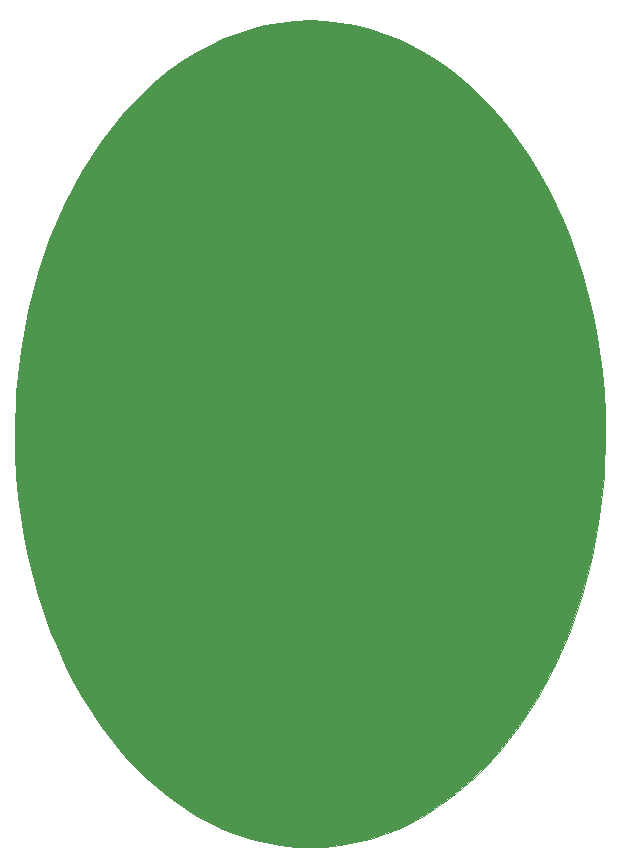
<source format=gbr>
%TF.GenerationSoftware,KiCad,Pcbnew,6.0.1+dfsg-1~bpo11+1*%
%TF.CreationDate,2022-01-30T15:20:26-08:00*%
%TF.ProjectId,Stator,53746174-6f72-42e6-9b69-6361645f7063,rev?*%
%TF.SameCoordinates,Original*%
%TF.FileFunction,Copper,L1,Top*%
%TF.FilePolarity,Positive*%
%FSLAX46Y46*%
G04 Gerber Fmt 4.6, Leading zero omitted, Abs format (unit mm)*
G04 Created by KiCad (PCBNEW 6.0.1+dfsg-1~bpo11+1) date 2022-01-30 15:20:26*
%MOMM*%
%LPD*%
G01*
G04 APERTURE LIST*
%TA.AperFunction,NonConductor*%
%ADD10C,0.009999*%
%TD*%
%TA.AperFunction,ComponentPad*%
%ADD11C,2.500000*%
%TD*%
G04 APERTURE END LIST*
D10*
X75000000Y-59999992D02*
X74870928Y-63578539D01*
X74870928Y-63578539D02*
X74492089Y-67053712D01*
X74492089Y-67053712D02*
X73876050Y-70407920D01*
X73876050Y-70407920D02*
X73035376Y-73623570D01*
X73035376Y-73623570D02*
X71982636Y-76683068D01*
X71982636Y-76683068D02*
X70730393Y-79568822D01*
X70730393Y-79568822D02*
X69291216Y-82263238D01*
X69291216Y-82263238D02*
X67677670Y-84748725D01*
X67677670Y-84748725D02*
X65902323Y-87007689D01*
X65902323Y-87007689D02*
X63977739Y-89022536D01*
X63977739Y-89022536D02*
X62963411Y-89932919D01*
X62963411Y-89932919D02*
X61916486Y-90775675D01*
X61916486Y-90775675D02*
X60838535Y-91548606D01*
X60838535Y-91548606D02*
X59731129Y-92249512D01*
X59731129Y-92249512D02*
X58595839Y-92876195D01*
X58595839Y-92876195D02*
X57434236Y-93426455D01*
X57434236Y-93426455D02*
X56247890Y-93898092D01*
X56247890Y-93898092D02*
X55038373Y-94288909D01*
X55038373Y-94288909D02*
X53807254Y-94596706D01*
X53807254Y-94596706D02*
X52556105Y-94819284D01*
X52556105Y-94819284D02*
X51286497Y-94954443D01*
X51286497Y-94954443D02*
X50000000Y-94999985D01*
X50000000Y-94999985D02*
X48713503Y-94954443D01*
X48713503Y-94954443D02*
X47443895Y-94819284D01*
X47443895Y-94819284D02*
X46192746Y-94596706D01*
X46192746Y-94596706D02*
X44961628Y-94288909D01*
X44961628Y-94288909D02*
X43752110Y-93898092D01*
X43752110Y-93898092D02*
X42565765Y-93426455D01*
X42565765Y-93426455D02*
X41404161Y-92876195D01*
X41404161Y-92876195D02*
X40268872Y-92249512D01*
X40268872Y-92249512D02*
X39161466Y-91548606D01*
X39161466Y-91548606D02*
X38083515Y-90775675D01*
X38083515Y-90775675D02*
X37036590Y-89932919D01*
X37036590Y-89932919D02*
X36022262Y-89022536D01*
X36022262Y-89022536D02*
X35042101Y-88046726D01*
X35042101Y-88046726D02*
X34097678Y-87007689D01*
X34097678Y-87007689D02*
X33190564Y-85907622D01*
X33190564Y-85907622D02*
X32322330Y-84748725D01*
X32322330Y-84748725D02*
X31494547Y-83533197D01*
X31494547Y-83533197D02*
X30708784Y-82263238D01*
X30708784Y-82263238D02*
X29966614Y-80941047D01*
X29966614Y-80941047D02*
X29269607Y-79568822D01*
X29269607Y-79568822D02*
X28619334Y-78148762D01*
X28619334Y-78148762D02*
X28017365Y-76683068D01*
X28017365Y-76683068D02*
X27465271Y-75173937D01*
X27465271Y-75173937D02*
X26964624Y-73623570D01*
X26964624Y-73623570D02*
X26516993Y-72034164D01*
X26516993Y-72034164D02*
X26123950Y-70407920D01*
X26123950Y-70407920D02*
X25787066Y-68747036D01*
X25787066Y-68747036D02*
X25507911Y-67053712D01*
X25507911Y-67053712D02*
X25288056Y-65330146D01*
X25288056Y-65330146D02*
X25129072Y-63578539D01*
X25129072Y-63578539D02*
X25032530Y-61801087D01*
X25032530Y-61801087D02*
X25000000Y-59999992D01*
X25000000Y-59999992D02*
X25129072Y-56421446D01*
X25129072Y-56421446D02*
X25507911Y-52946273D01*
X25507911Y-52946273D02*
X26123950Y-49592065D01*
X26123950Y-49592065D02*
X26964624Y-46376415D01*
X26964624Y-46376415D02*
X28017365Y-43316917D01*
X28017365Y-43316917D02*
X29269607Y-40431163D01*
X29269607Y-40431163D02*
X30708784Y-37736746D01*
X30708784Y-37736746D02*
X32322330Y-35251259D01*
X32322330Y-35251259D02*
X34097678Y-32992296D01*
X34097678Y-32992296D02*
X36022262Y-30977448D01*
X36022262Y-30977448D02*
X37036590Y-30067065D01*
X37036590Y-30067065D02*
X38083515Y-29224309D01*
X38083515Y-29224309D02*
X39161466Y-28451378D01*
X39161466Y-28451378D02*
X40268872Y-27750472D01*
X40268872Y-27750472D02*
X41404161Y-27123789D01*
X41404161Y-27123789D02*
X42565765Y-26573529D01*
X42565765Y-26573529D02*
X43752110Y-26101891D01*
X43752110Y-26101891D02*
X44961628Y-25711074D01*
X44961628Y-25711074D02*
X46192746Y-25403278D01*
X46192746Y-25403278D02*
X47443895Y-25180700D01*
X47443895Y-25180700D02*
X48713503Y-25045541D01*
X48713503Y-25045541D02*
X50000000Y-24999999D01*
X50000000Y-24999999D02*
X51286497Y-25045541D01*
X51286497Y-25045541D02*
X52556105Y-25180700D01*
X52556105Y-25180700D02*
X53807254Y-25403278D01*
X53807254Y-25403278D02*
X55038373Y-25711074D01*
X55038373Y-25711074D02*
X56247890Y-26101891D01*
X56247890Y-26101891D02*
X57434236Y-26573529D01*
X57434236Y-26573529D02*
X58595839Y-27123789D01*
X58595839Y-27123789D02*
X59731129Y-27750472D01*
X59731129Y-27750472D02*
X60838535Y-28451378D01*
X60838535Y-28451378D02*
X61916486Y-29224309D01*
X61916486Y-29224309D02*
X62963411Y-30067065D01*
X62963411Y-30067065D02*
X63977739Y-30977448D01*
X63977739Y-30977448D02*
X64957900Y-31953258D01*
X64957900Y-31953258D02*
X65902323Y-32992296D01*
X65902323Y-32992296D02*
X66809436Y-34092363D01*
X66809436Y-34092363D02*
X67677670Y-35251259D01*
X67677670Y-35251259D02*
X68505454Y-36466787D01*
X68505454Y-36466787D02*
X69291216Y-37736746D01*
X69291216Y-37736746D02*
X70033386Y-39058938D01*
X70033386Y-39058938D02*
X70730393Y-40431163D01*
X70730393Y-40431163D02*
X71380667Y-41851222D01*
X71380667Y-41851222D02*
X71982636Y-43316917D01*
X71982636Y-43316917D02*
X72534729Y-44826047D01*
X72534729Y-44826047D02*
X73035376Y-46376415D01*
X73035376Y-46376415D02*
X73483007Y-47965820D01*
X73483007Y-47965820D02*
X73876050Y-49592065D01*
X73876050Y-49592065D02*
X74212934Y-51252948D01*
X74212934Y-51252948D02*
X74492089Y-52946273D01*
X74492089Y-52946273D02*
X74711944Y-54669838D01*
X74711944Y-54669838D02*
X74870928Y-56421446D01*
X74870928Y-56421446D02*
X74967470Y-58198897D01*
X74967470Y-58198897D02*
X75000000Y-59999992D01*
X75000000Y-59999992D02*
X75000000Y-59999992D01*
G36*
X51286497Y-25045541D02*
G01*
X52556105Y-25180700D01*
X53807254Y-25403278D01*
X55038373Y-25711074D01*
X56247890Y-26101891D01*
X57434236Y-26573529D01*
X58595839Y-27123789D01*
X59731129Y-27750472D01*
X60838535Y-28451378D01*
X61916486Y-29224309D01*
X62963411Y-30067065D01*
X63977739Y-30977448D01*
X64957900Y-31953258D01*
X65902323Y-32992296D01*
X66809436Y-34092363D01*
X67677670Y-35251259D01*
X68505454Y-36466787D01*
X69291216Y-37736746D01*
X70033386Y-39058938D01*
X70730393Y-40431163D01*
X71380667Y-41851222D01*
X71982636Y-43316917D01*
X72534729Y-44826047D01*
X73035376Y-46376415D01*
X73483007Y-47965820D01*
X73876050Y-49592065D01*
X74212934Y-51252948D01*
X74492089Y-52946273D01*
X74711944Y-54669838D01*
X74870928Y-56421446D01*
X74967470Y-58198897D01*
X75000000Y-59999992D01*
X74870928Y-63578539D01*
X74492089Y-67053712D01*
X73876050Y-70407920D01*
X73035376Y-73623570D01*
X71982636Y-76683068D01*
X70730393Y-79568822D01*
X69291216Y-82263238D01*
X67677670Y-84748725D01*
X65902323Y-87007689D01*
X63977739Y-89022536D01*
X62963411Y-89932919D01*
X61916486Y-90775675D01*
X60838535Y-91548606D01*
X59731129Y-92249512D01*
X58595839Y-92876195D01*
X57434236Y-93426455D01*
X56247890Y-93898092D01*
X55038373Y-94288909D01*
X53807254Y-94596706D01*
X52556105Y-94819284D01*
X51286497Y-94954443D01*
X50000000Y-94999985D01*
X48713503Y-94954443D01*
X47443895Y-94819284D01*
X46192746Y-94596706D01*
X44961628Y-94288909D01*
X43752110Y-93898092D01*
X42565765Y-93426455D01*
X41404161Y-92876195D01*
X40268872Y-92249512D01*
X39161466Y-91548606D01*
X38083515Y-90775675D01*
X37036590Y-89932919D01*
X36022262Y-89022536D01*
X35042101Y-88046726D01*
X34097678Y-87007689D01*
X33190564Y-85907622D01*
X32322330Y-84748725D01*
X31494547Y-83533197D01*
X30708784Y-82263238D01*
X29966614Y-80941047D01*
X29269607Y-79568822D01*
X28619334Y-78148762D01*
X28017365Y-76683068D01*
X27465271Y-75173937D01*
X26964624Y-73623570D01*
X26516993Y-72034164D01*
X26123950Y-70407920D01*
X25787066Y-68747036D01*
X25507911Y-67053712D01*
X25288056Y-65330146D01*
X25129072Y-63578539D01*
X25032530Y-61801087D01*
X25000000Y-59999992D01*
X25129072Y-56421446D01*
X25507911Y-52946273D01*
X26123950Y-49592065D01*
X26964624Y-46376415D01*
X28017365Y-43316917D01*
X29269607Y-40431163D01*
X30708784Y-37736746D01*
X32322330Y-35251259D01*
X34097678Y-32992296D01*
X36022262Y-30977448D01*
X37036590Y-30067065D01*
X38083515Y-29224309D01*
X39161466Y-28451378D01*
X40268872Y-27750472D01*
X41404161Y-27123789D01*
X42565765Y-26573529D01*
X43752110Y-26101891D01*
X44961628Y-25711074D01*
X46192746Y-25403278D01*
X47443895Y-25180700D01*
X48713503Y-25045541D01*
X50000000Y-24999999D01*
X51286497Y-25045541D01*
G37*
X51286497Y-25045541D02*
X52556105Y-25180700D01*
X53807254Y-25403278D01*
X55038373Y-25711074D01*
X56247890Y-26101891D01*
X57434236Y-26573529D01*
X58595839Y-27123789D01*
X59731129Y-27750472D01*
X60838535Y-28451378D01*
X61916486Y-29224309D01*
X62963411Y-30067065D01*
X63977739Y-30977448D01*
X64957900Y-31953258D01*
X65902323Y-32992296D01*
X66809436Y-34092363D01*
X67677670Y-35251259D01*
X68505454Y-36466787D01*
X69291216Y-37736746D01*
X70033386Y-39058938D01*
X70730393Y-40431163D01*
X71380667Y-41851222D01*
X71982636Y-43316917D01*
X72534729Y-44826047D01*
X73035376Y-46376415D01*
X73483007Y-47965820D01*
X73876050Y-49592065D01*
X74212934Y-51252948D01*
X74492089Y-52946273D01*
X74711944Y-54669838D01*
X74870928Y-56421446D01*
X74967470Y-58198897D01*
X75000000Y-59999992D01*
X74870928Y-63578539D01*
X74492089Y-67053712D01*
X73876050Y-70407920D01*
X73035376Y-73623570D01*
X71982636Y-76683068D01*
X70730393Y-79568822D01*
X69291216Y-82263238D01*
X67677670Y-84748725D01*
X65902323Y-87007689D01*
X63977739Y-89022536D01*
X62963411Y-89932919D01*
X61916486Y-90775675D01*
X60838535Y-91548606D01*
X59731129Y-92249512D01*
X58595839Y-92876195D01*
X57434236Y-93426455D01*
X56247890Y-93898092D01*
X55038373Y-94288909D01*
X53807254Y-94596706D01*
X52556105Y-94819284D01*
X51286497Y-94954443D01*
X50000000Y-94999985D01*
X48713503Y-94954443D01*
X47443895Y-94819284D01*
X46192746Y-94596706D01*
X44961628Y-94288909D01*
X43752110Y-93898092D01*
X42565765Y-93426455D01*
X41404161Y-92876195D01*
X40268872Y-92249512D01*
X39161466Y-91548606D01*
X38083515Y-90775675D01*
X37036590Y-89932919D01*
X36022262Y-89022536D01*
X35042101Y-88046726D01*
X34097678Y-87007689D01*
X33190564Y-85907622D01*
X32322330Y-84748725D01*
X31494547Y-83533197D01*
X30708784Y-82263238D01*
X29966614Y-80941047D01*
X29269607Y-79568822D01*
X28619334Y-78148762D01*
X28017365Y-76683068D01*
X27465271Y-75173937D01*
X26964624Y-73623570D01*
X26516993Y-72034164D01*
X26123950Y-70407920D01*
X25787066Y-68747036D01*
X25507911Y-67053712D01*
X25288056Y-65330146D01*
X25129072Y-63578539D01*
X25032530Y-61801087D01*
X25000000Y-59999992D01*
X25129072Y-56421446D01*
X25507911Y-52946273D01*
X26123950Y-49592065D01*
X26964624Y-46376415D01*
X28017365Y-43316917D01*
X29269607Y-40431163D01*
X30708784Y-37736746D01*
X32322330Y-35251259D01*
X34097678Y-32992296D01*
X36022262Y-30977448D01*
X37036590Y-30067065D01*
X38083515Y-29224309D01*
X39161466Y-28451378D01*
X40268872Y-27750472D01*
X41404161Y-27123789D01*
X42565765Y-26573529D01*
X43752110Y-26101891D01*
X44961628Y-25711074D01*
X46192746Y-25403278D01*
X47443895Y-25180700D01*
X48713503Y-25045541D01*
X50000000Y-24999999D01*
X51286497Y-25045541D01*
D11*
%TO.P,,1*%
%TO.N,N/C*%
X34250000Y-85000000D03*
%TD*%
%TO.P,,1*%
%TO.N,N/C*%
X29750000Y-77500000D03*
%TD*%
%TO.P,,1*%
%TO.N,N/C*%
X29750000Y-42500000D03*
%TD*%
%TO.P,,1*%
%TO.N,N/C*%
X34250000Y-35000000D03*
%TD*%
%TO.P,,1*%
%TO.N,N/C*%
X37250000Y-70000000D03*
%TD*%
%TO.P,,1*%
%TO.N,N/C*%
X56750000Y-82500000D03*
%TD*%
%TO.P,,1*%
%TO.N,N/C*%
X38750000Y-62500000D03*
%TD*%
%TO.P,,1*%
%TO.N,N/C*%
X50750000Y-77500000D03*
%TD*%
%TO.P,,1*%
%TO.N,N/C*%
X64250000Y-60000000D03*
%TD*%
%TO.P,,1*%
%TO.N,N/C*%
X53750000Y-52500000D03*
%TD*%
%TO.P,,1*%
%TO.N,N/C*%
X44750000Y-52500000D03*
%TD*%
%TO.P,,1*%
%TO.N,N/C*%
X56750000Y-37500000D03*
%TD*%
%TO.P,,1*%
%TO.N,N/C*%
X43250000Y-30000000D03*
%TD*%
%TO.P,,1*%
%TO.N,N/C*%
X52250000Y-45000000D03*
%TD*%
%TO.P,,1*%
%TO.N,N/C*%
X62750000Y-32500000D03*
%TD*%
%TO.P,,1*%
%TO.N,N/C*%
X68750000Y-42500000D03*
%TD*%
%TO.P,,1*%
%TO.N,N/C*%
X59750000Y-72500000D03*
%TD*%
%TO.P,,1*%
%TO.N,N/C*%
X34250000Y-40000000D03*
%TD*%
%TO.P,,1*%
%TO.N,N/C*%
X49250000Y-65000000D03*
%TD*%
%TO.P,,1*%
%TO.N,N/C*%
X37250000Y-40000000D03*
%TD*%
%TO.P,,1*%
%TO.N,N/C*%
X49250000Y-60000000D03*
%TD*%
%TO.P,,1*%
%TO.N,N/C*%
X58250000Y-75000000D03*
%TD*%
%TO.P,,1*%
%TO.N,N/C*%
X61250000Y-55000000D03*
%TD*%
%TO.P,,1*%
%TO.N,N/C*%
X53750000Y-82500000D03*
%TD*%
%TO.P,,1*%
%TO.N,N/C*%
X40250000Y-55000000D03*
%TD*%
%TO.P,,1*%
%TO.N,N/C*%
X35750000Y-47500000D03*
%TD*%
%TO.P,,1*%
%TO.N,N/C*%
X61250000Y-50000000D03*
%TD*%
%TO.P,,1*%
%TO.N,N/C*%
X61250000Y-65000000D03*
%TD*%
%TO.P,,1*%
%TO.N,N/C*%
X58250000Y-70000000D03*
%TD*%
%TO.P,,1*%
%TO.N,N/C*%
X49250000Y-40000000D03*
%TD*%
%TO.P,,1*%
%TO.N,N/C*%
X53750000Y-72500000D03*
%TD*%
%TO.P,,1*%
%TO.N,N/C*%
X59750000Y-87500000D03*
%TD*%
%TO.P,,1*%
%TO.N,N/C*%
X38750000Y-82500000D03*
%TD*%
%TO.P,,1*%
%TO.N,N/C*%
X28250000Y-70000000D03*
%TD*%
%TO.P,,1*%
%TO.N,N/C*%
X35750000Y-82500000D03*
%TD*%
%TO.P,,1*%
%TO.N,N/C*%
X70250000Y-70000000D03*
%TD*%
%TO.P,,1*%
%TO.N,N/C*%
X37250000Y-65000000D03*
%TD*%
%TO.P,,1*%
%TO.N,N/C*%
X50750000Y-52500000D03*
%TD*%
%TO.P,,1*%
%TO.N,N/C*%
X52250000Y-30000000D03*
%TD*%
%TO.P,,1*%
%TO.N,N/C*%
X61250000Y-60000000D03*
%TD*%
%TO.P,,1*%
%TO.N,N/C*%
X55250000Y-65000000D03*
%TD*%
%TO.P,,1*%
%TO.N,N/C*%
X67250000Y-70000000D03*
%TD*%
%TO.P,,1*%
%TO.N,N/C*%
X31250000Y-50000000D03*
%TD*%
%TO.P,,1*%
%TO.N,N/C*%
X43250000Y-55000000D03*
%TD*%
%TO.P,,1*%
%TO.N,N/C*%
X61250000Y-35000000D03*
%TD*%
%TO.P,,1*%
%TO.N,N/C*%
X28250000Y-55000000D03*
%TD*%
%TO.P,,1*%
%TO.N,N/C*%
X31250000Y-55000000D03*
%TD*%
%TO.P,,1*%
%TO.N,N/C*%
X35750000Y-37500000D03*
%TD*%
%TO.P,,1*%
%TO.N,N/C*%
X38750000Y-32500000D03*
%TD*%
%TO.P,,1*%
%TO.N,N/C*%
X65750000Y-42500000D03*
%TD*%
%TO.P,,1*%
%TO.N,N/C*%
X68750000Y-67500000D03*
%TD*%
%TO.P,,1*%
%TO.N,N/C*%
X47750000Y-32500000D03*
%TD*%
%TO.P,,1*%
%TO.N,N/C*%
X53750000Y-32500000D03*
%TD*%
%TO.P,,1*%
%TO.N,N/C*%
X41750000Y-57500000D03*
%TD*%
%TO.P,,1*%
%TO.N,N/C*%
X62750000Y-72500000D03*
%TD*%
%TO.P,,1*%
%TO.N,N/C*%
X38750000Y-42500000D03*
%TD*%
%TO.P,,1*%
%TO.N,N/C*%
X46250000Y-35000000D03*
%TD*%
%TO.P,,1*%
%TO.N,N/C*%
X31250000Y-75000000D03*
%TD*%
%TO.P,,1*%
%TO.N,N/C*%
X50750000Y-32500000D03*
%TD*%
%TO.P,,1*%
%TO.N,N/C*%
X70250000Y-55000000D03*
%TD*%
%TO.P,,1*%
%TO.N,N/C*%
X46250000Y-40000000D03*
%TD*%
%TO.P,,1*%
%TO.N,N/C*%
X46250000Y-75000000D03*
%TD*%
%TO.P,,1*%
%TO.N,N/C*%
X44750000Y-72500000D03*
%TD*%
%TO.P,,1*%
%TO.N,N/C*%
X32750000Y-47500000D03*
%TD*%
%TO.P,,1*%
%TO.N,N/C*%
X62750000Y-57500000D03*
%TD*%
%TO.P,,1*%
%TO.N,N/C*%
X52250000Y-80000000D03*
%TD*%
%TO.P,,1*%
%TO.N,N/C*%
X35750000Y-42500000D03*
%TD*%
%TO.P,,1*%
%TO.N,N/C*%
X40250000Y-45000000D03*
%TD*%
%TO.P,,1*%
%TO.N,N/C*%
X34250000Y-70000000D03*
%TD*%
%TO.P,,1*%
%TO.N,N/C*%
X28250000Y-60000000D03*
%TD*%
%TO.P,,1*%
%TO.N,N/C*%
X61250000Y-70000000D03*
%TD*%
%TO.P,,1*%
%TO.N,N/C*%
X35750000Y-62500000D03*
%TD*%
%TO.P,,1*%
%TO.N,N/C*%
X65750000Y-52500000D03*
%TD*%
%TO.P,,1*%
%TO.N,N/C*%
X73250000Y-65000000D03*
%TD*%
%TO.P,,1*%
%TO.N,N/C*%
X49250000Y-35000000D03*
%TD*%
%TO.P,,1*%
%TO.N,N/C*%
X43250000Y-45000000D03*
%TD*%
%TO.P,,1*%
%TO.N,N/C*%
X47750000Y-62500000D03*
%TD*%
%TO.P,,1*%
%TO.N,N/C*%
X55250000Y-35000000D03*
%TD*%
%TO.P,,1*%
%TO.N,N/C*%
X58250000Y-55000000D03*
%TD*%
%TO.P,,1*%
%TO.N,N/C*%
X59750000Y-47500000D03*
%TD*%
%TO.P,,1*%
%TO.N,N/C*%
X55250000Y-30000000D03*
%TD*%
%TO.P,,1*%
%TO.N,N/C*%
X53750000Y-92500000D03*
%TD*%
%TO.P,,1*%
%TO.N,N/C*%
X46250000Y-90000000D03*
%TD*%
%TO.P,,1*%
%TO.N,N/C*%
X34250000Y-45000000D03*
%TD*%
%TO.P,,1*%
%TO.N,N/C*%
X70250000Y-45000000D03*
%TD*%
%TO.P,,1*%
%TO.N,N/C*%
X49250000Y-75000000D03*
%TD*%
%TO.P,,1*%
%TO.N,N/C*%
X32750000Y-57500000D03*
%TD*%
%TO.P,,1*%
%TO.N,N/C*%
X47750000Y-37500000D03*
%TD*%
%TO.P,,1*%
%TO.N,N/C*%
X43250000Y-50000000D03*
%TD*%
%TO.P,,1*%
%TO.N,N/C*%
X68750000Y-47500000D03*
%TD*%
%TO.P,,1*%
%TO.N,N/C*%
X58250000Y-30000000D03*
%TD*%
%TO.P,,1*%
%TO.N,N/C*%
X55250000Y-55000000D03*
%TD*%
%TO.P,,1*%
%TO.N,N/C*%
X38750000Y-57500000D03*
%TD*%
%TO.P,,1*%
%TO.N,N/C*%
X47750000Y-57500000D03*
%TD*%
%TO.P,,1*%
%TO.N,N/C*%
X26750000Y-62500000D03*
%TD*%
%TO.P,,1*%
%TO.N,N/C*%
X65750000Y-77500000D03*
%TD*%
%TO.P,,1*%
%TO.N,N/C*%
X29750000Y-67500000D03*
%TD*%
%TO.P,,1*%
%TO.N,N/C*%
X38750000Y-77500000D03*
%TD*%
%TO.P,,1*%
%TO.N,N/C*%
X46250000Y-70000000D03*
%TD*%
%TO.P,,1*%
%TO.N,N/C*%
X47750000Y-27500000D03*
%TD*%
%TO.P,,1*%
%TO.N,N/C*%
X40250000Y-40000000D03*
%TD*%
%TO.P,,1*%
%TO.N,N/C*%
X44750000Y-37500000D03*
%TD*%
%TO.P,,1*%
%TO.N,N/C*%
X58250000Y-65000000D03*
%TD*%
%TO.P,,1*%
%TO.N,N/C*%
X50750000Y-62500000D03*
%TD*%
%TO.P,,1*%
%TO.N,N/C*%
X73250000Y-60000000D03*
%TD*%
%TO.P,,1*%
%TO.N,N/C*%
X59750000Y-57500000D03*
%TD*%
%TO.P,,1*%
%TO.N,N/C*%
X44750000Y-77500000D03*
%TD*%
%TO.P,,1*%
%TO.N,N/C*%
X61250000Y-45000000D03*
%TD*%
%TO.P,,1*%
%TO.N,N/C*%
X64250000Y-40000000D03*
%TD*%
%TO.P,,1*%
%TO.N,N/C*%
X56750000Y-42500000D03*
%TD*%
%TO.P,,1*%
%TO.N,N/C*%
X40250000Y-90000000D03*
%TD*%
%TO.P,,1*%
%TO.N,N/C*%
X46250000Y-50000000D03*
%TD*%
%TO.P,,1*%
%TO.N,N/C*%
X43250000Y-80000000D03*
%TD*%
%TO.P,,1*%
%TO.N,N/C*%
X58250000Y-40000000D03*
%TD*%
%TO.P,,1*%
%TO.N,N/C*%
X44750000Y-42500000D03*
%TD*%
%TO.P,,1*%
%TO.N,N/C*%
X41750000Y-52500000D03*
%TD*%
%TO.P,,1*%
%TO.N,N/C*%
X73250000Y-55000000D03*
%TD*%
%TO.P,,1*%
%TO.N,N/C*%
X37250000Y-80000000D03*
%TD*%
%TO.P,,1*%
%TO.N,N/C*%
X50750000Y-37500000D03*
%TD*%
%TO.P,,1*%
%TO.N,N/C*%
X50750000Y-92500000D03*
%TD*%
%TO.P,,1*%
%TO.N,N/C*%
X43250000Y-35000000D03*
%TD*%
%TO.P,,1*%
%TO.N,N/C*%
X56750000Y-72500000D03*
%TD*%
%TO.P,,1*%
%TO.N,N/C*%
X47750000Y-77500000D03*
%TD*%
%TO.P,,1*%
%TO.N,N/C*%
X29750000Y-62500000D03*
%TD*%
%TO.P,,1*%
%TO.N,N/C*%
X53750000Y-57500000D03*
%TD*%
%TO.P,,1*%
%TO.N,N/C*%
X55250000Y-90000000D03*
%TD*%
%TO.P,,1*%
%TO.N,N/C*%
X67250000Y-60000000D03*
%TD*%
%TO.P,,1*%
%TO.N,N/C*%
X29750000Y-52500000D03*
%TD*%
%TO.P,,1*%
%TO.N,N/C*%
X44750000Y-27500000D03*
%TD*%
%TO.P,,1*%
%TO.N,N/C*%
X59750000Y-77500000D03*
%TD*%
%TO.P,,1*%
%TO.N,N/C*%
X44750000Y-57500000D03*
%TD*%
%TO.P,,1*%
%TO.N,N/C*%
X32750000Y-72500000D03*
%TD*%
%TO.P,,1*%
%TO.N,N/C*%
X49250000Y-70000000D03*
%TD*%
%TO.P,,1*%
%TO.N,N/C*%
X32750000Y-37500000D03*
%TD*%
%TO.P,,1*%
%TO.N,N/C*%
X41750000Y-62500000D03*
%TD*%
%TO.P,,1*%
%TO.N,N/C*%
X58250000Y-35000000D03*
%TD*%
%TO.P,,1*%
%TO.N,N/C*%
X68750000Y-57500000D03*
%TD*%
%TO.P,,1*%
%TO.N,N/C*%
X31250000Y-80000000D03*
%TD*%
%TO.P,,1*%
%TO.N,N/C*%
X40250000Y-35000000D03*
%TD*%
%TO.P,,1*%
%TO.N,N/C*%
X41750000Y-72500000D03*
%TD*%
%TO.P,,1*%
%TO.N,N/C*%
X70250000Y-60000000D03*
%TD*%
%TO.P,,1*%
%TO.N,N/C*%
X35750000Y-77500000D03*
%TD*%
%TO.P,,1*%
%TO.N,N/C*%
X62750000Y-62500000D03*
%TD*%
%TO.P,,1*%
%TO.N,N/C*%
X49250000Y-55000000D03*
%TD*%
%TO.P,,1*%
%TO.N,N/C*%
X71750000Y-52500000D03*
%TD*%
%TO.P,,1*%
%TO.N,N/C*%
X34250000Y-75000000D03*
%TD*%
%TO.P,,1*%
%TO.N,N/C*%
X65750000Y-82500000D03*
%TD*%
%TO.P,,1*%
%TO.N,N/C*%
X38750000Y-72500000D03*
%TD*%
%TO.P,,1*%
%TO.N,N/C*%
X38750000Y-37500000D03*
%TD*%
%TO.P,,1*%
%TO.N,N/C*%
X56750000Y-87500000D03*
%TD*%
%TO.P,,1*%
%TO.N,N/C*%
X53750000Y-77500000D03*
%TD*%
%TO.P,,1*%
%TO.N,N/C*%
X41750000Y-82500000D03*
%TD*%
%TO.P,,1*%
%TO.N,N/C*%
X68750000Y-62500000D03*
%TD*%
%TO.P,,1*%
%TO.N,N/C*%
X64250000Y-65000000D03*
%TD*%
%TO.P,,1*%
%TO.N,N/C*%
X37250000Y-85000000D03*
%TD*%
%TO.P,,1*%
%TO.N,N/C*%
X37250000Y-45000000D03*
%TD*%
%TO.P,,1*%
%TO.N,N/C*%
X44750000Y-47500000D03*
%TD*%
%TO.P,,1*%
%TO.N,N/C*%
X44750000Y-32500000D03*
%TD*%
%TO.P,,1*%
%TO.N,N/C*%
X47750000Y-52500000D03*
%TD*%
%TO.P,,1*%
%TO.N,N/C*%
X64250000Y-85000000D03*
%TD*%
%TO.P,,1*%
%TO.N,N/C*%
X67250000Y-45000000D03*
%TD*%
%TO.P,,1*%
%TO.N,N/C*%
X58250000Y-45000000D03*
%TD*%
%TO.P,,1*%
%TO.N,N/C*%
X52250000Y-40000000D03*
%TD*%
%TO.P,,1*%
%TO.N,N/C*%
X58250000Y-90000000D03*
%TD*%
%TO.P,,1*%
%TO.N,N/C*%
X43250000Y-60000000D03*
%TD*%
%TO.P,,1*%
%TO.N,N/C*%
X26750000Y-57500000D03*
%TD*%
%TO.P,,1*%
%TO.N,N/C*%
X46250000Y-45000000D03*
%TD*%
%TO.P,,1*%
%TO.N,N/C*%
X67250000Y-50000000D03*
%TD*%
%TO.P,,1*%
%TO.N,N/C*%
X34250000Y-65000000D03*
%TD*%
%TO.P,,1*%
%TO.N,N/C*%
X56750000Y-47500000D03*
%TD*%
%TO.P,,1*%
%TO.N,N/C*%
X41750000Y-77500000D03*
%TD*%
%TO.P,,1*%
%TO.N,N/C*%
X58250000Y-85000000D03*
%TD*%
%TO.P,,1*%
%TO.N,N/C*%
X43250000Y-65000000D03*
%TD*%
%TO.P,,1*%
%TO.N,N/C*%
X52250000Y-70000000D03*
%TD*%
%TO.P,,1*%
%TO.N,N/C*%
X52250000Y-50000000D03*
%TD*%
%TO.P,,1*%
%TO.N,N/C*%
X62750000Y-52500000D03*
%TD*%
%TO.P,,1*%
%TO.N,N/C*%
X40250000Y-85000000D03*
%TD*%
%TO.P,,1*%
%TO.N,N/C*%
X64250000Y-80000000D03*
%TD*%
%TO.P,,1*%
%TO.N,N/C*%
X32750000Y-67500000D03*
%TD*%
%TO.P,,1*%
%TO.N,N/C*%
X52250000Y-85000000D03*
%TD*%
%TO.P,,1*%
%TO.N,N/C*%
X70250000Y-75000000D03*
%TD*%
%TO.P,,1*%
%TO.N,N/C*%
X44750000Y-67500000D03*
%TD*%
%TO.P,,1*%
%TO.N,N/C*%
X65750000Y-47500000D03*
%TD*%
%TO.P,,1*%
%TO.N,N/C*%
X52250000Y-35000000D03*
%TD*%
%TO.P,,1*%
%TO.N,N/C*%
X29750000Y-47500000D03*
%TD*%
%TO.P,,1*%
%TO.N,N/C*%
X44750000Y-92500000D03*
%TD*%
%TO.P,,1*%
%TO.N,N/C*%
X62750000Y-87500000D03*
%TD*%
%TO.P,,1*%
%TO.N,N/C*%
X50750000Y-27500000D03*
%TD*%
%TO.P,,1*%
%TO.N,N/C*%
X58250000Y-80000000D03*
%TD*%
%TO.P,,1*%
%TO.N,N/C*%
X50750000Y-67500000D03*
%TD*%
%TO.P,,1*%
%TO.N,N/C*%
X47750000Y-42500000D03*
%TD*%
%TO.P,,1*%
%TO.N,N/C*%
X61250000Y-85000000D03*
%TD*%
%TO.P,,1*%
%TO.N,N/C*%
X53750000Y-37500000D03*
%TD*%
%TO.P,,1*%
%TO.N,N/C*%
X49250000Y-80000000D03*
%TD*%
%TO.P,,1*%
%TO.N,N/C*%
X61250000Y-40000000D03*
%TD*%
%TO.P,,1*%
%TO.N,N/C*%
X68750000Y-72500000D03*
%TD*%
%TO.P,,1*%
%TO.N,N/C*%
X56750000Y-62500000D03*
%TD*%
%TO.P,,1*%
%TO.N,N/C*%
X38750000Y-87500000D03*
%TD*%
%TO.P,,1*%
%TO.N,N/C*%
X34250000Y-60000000D03*
%TD*%
%TO.P,,1*%
%TO.N,N/C*%
X32750000Y-42500000D03*
%TD*%
%TO.P,,1*%
%TO.N,N/C*%
X49250000Y-85000000D03*
%TD*%
%TO.P,,1*%
%TO.N,N/C*%
X34250000Y-80000000D03*
%TD*%
%TO.P,,1*%
%TO.N,N/C*%
X70250000Y-50000000D03*
%TD*%
%TO.P,,1*%
%TO.N,N/C*%
X61250000Y-75000000D03*
%TD*%
%TO.P,,1*%
%TO.N,N/C*%
X56750000Y-32500000D03*
%TD*%
%TO.P,,1*%
%TO.N,N/C*%
X53750000Y-87500000D03*
%TD*%
%TO.P,,1*%
%TO.N,N/C*%
X55250000Y-60000000D03*
%TD*%
%TO.P,,1*%
%TO.N,N/C*%
X55250000Y-80000000D03*
%TD*%
%TO.P,,1*%
%TO.N,N/C*%
X28250000Y-50000000D03*
%TD*%
%TO.P,,1*%
%TO.N,N/C*%
X31250000Y-45000000D03*
%TD*%
%TO.P,,1*%
%TO.N,N/C*%
X43250000Y-75000000D03*
%TD*%
%TO.P,,1*%
%TO.N,N/C*%
X64250000Y-55000000D03*
%TD*%
%TO.P,,1*%
%TO.N,N/C*%
X56750000Y-52500000D03*
%TD*%
%TO.P,,1*%
%TO.N,N/C*%
X52250000Y-75000000D03*
%TD*%
%TO.P,,1*%
%TO.N,N/C*%
X53750000Y-42500000D03*
%TD*%
%TO.P,,1*%
%TO.N,N/C*%
X71750000Y-67500000D03*
%TD*%
%TO.P,,1*%
%TO.N,N/C*%
X41750000Y-47500000D03*
%TD*%
%TO.P,,1*%
%TO.N,N/C*%
X71750000Y-62500000D03*
%TD*%
%TO.P,,1*%
%TO.N,N/C*%
X50750000Y-57500000D03*
%TD*%
%TO.P,,1*%
%TO.N,N/C*%
X67250000Y-80000000D03*
%TD*%
%TO.P,,1*%
%TO.N,N/C*%
X35750000Y-67500000D03*
%TD*%
%TO.P,,1*%
%TO.N,N/C*%
X47750000Y-82500000D03*
%TD*%
%TO.P,,1*%
%TO.N,N/C*%
X70250000Y-65000000D03*
%TD*%
%TO.P,,1*%
%TO.N,N/C*%
X32750000Y-82500000D03*
%TD*%
%TO.P,,1*%
%TO.N,N/C*%
X52250000Y-55000000D03*
%TD*%
%TO.P,,1*%
%TO.N,N/C*%
X68750000Y-52500000D03*
%TD*%
%TO.P,,1*%
%TO.N,N/C*%
X38750000Y-52500000D03*
%TD*%
%TO.P,,1*%
%TO.N,N/C*%
X65750000Y-57500000D03*
%TD*%
%TO.P,,1*%
%TO.N,N/C*%
X49250000Y-30000000D03*
%TD*%
%TO.P,,1*%
%TO.N,N/C*%
X29750000Y-72500000D03*
%TD*%
%TO.P,,1*%
%TO.N,N/C*%
X35750000Y-57500000D03*
%TD*%
%TO.P,,1*%
%TO.N,N/C*%
X44750000Y-87500000D03*
%TD*%
%TO.P,,1*%
%TO.N,N/C*%
X53750000Y-47500000D03*
%TD*%
%TO.P,,1*%
%TO.N,N/C*%
X32750000Y-52500000D03*
%TD*%
%TO.P,,1*%
%TO.N,N/C*%
X64250000Y-70000000D03*
%TD*%
%TO.P,,1*%
%TO.N,N/C*%
X62750000Y-42500000D03*
%TD*%
%TO.P,,1*%
%TO.N,N/C*%
X40250000Y-50000000D03*
%TD*%
%TO.P,,1*%
%TO.N,N/C*%
X61250000Y-80000000D03*
%TD*%
%TO.P,,1*%
%TO.N,N/C*%
X62750000Y-82500000D03*
%TD*%
%TO.P,,1*%
%TO.N,N/C*%
X37250000Y-60000000D03*
%TD*%
%TO.P,,1*%
%TO.N,N/C*%
X44750000Y-82500000D03*
%TD*%
%TO.P,,1*%
%TO.N,N/C*%
X29750000Y-57500000D03*
%TD*%
%TO.P,,1*%
%TO.N,N/C*%
X56750000Y-57500000D03*
%TD*%
%TO.P,,1*%
%TO.N,N/C*%
X31250000Y-40000000D03*
%TD*%
%TO.P,,1*%
%TO.N,N/C*%
X50750000Y-47500000D03*
%TD*%
%TO.P,,1*%
%TO.N,N/C*%
X65750000Y-37500000D03*
%TD*%
%TO.P,,1*%
%TO.N,N/C*%
X55250000Y-40000000D03*
%TD*%
%TO.P,,1*%
%TO.N,N/C*%
X59750000Y-37500000D03*
%TD*%
%TO.P,,1*%
%TO.N,N/C*%
X40250000Y-75000000D03*
%TD*%
%TO.P,,1*%
%TO.N,N/C*%
X47750000Y-67500000D03*
%TD*%
%TO.P,,e*%
%TO.N,N/C*%
X46250000Y-80000000D03*
%TD*%
%TO.P,,1*%
%TO.N,N/C*%
X47750000Y-92500000D03*
%TD*%
%TO.P,,1*%
%TO.N,N/C*%
X59750000Y-32500000D03*
%TD*%
%TO.P,,1*%
%TO.N,N/C*%
X40250000Y-70000000D03*
%TD*%
%TO.P,,1*%
%TO.N,N/C*%
X43250000Y-40000000D03*
%TD*%
%TO.P,,1*%
%TO.N,N/C*%
X62750000Y-67500000D03*
%TD*%
%TO.P,,1*%
%TO.N,N/C*%
X38750000Y-47500000D03*
%TD*%
%TO.P,,1*%
%TO.N,N/C*%
X67250000Y-75000000D03*
%TD*%
%TO.P,,1*%
%TO.N,N/C*%
X47750000Y-72500000D03*
%TD*%
%TO.P,,1*%
%TO.N,N/C*%
X47750000Y-87500000D03*
%TD*%
%TO.P,,1*%
%TO.N,N/C*%
X55250000Y-70000000D03*
%TD*%
%TO.P,,1*%
%TO.N,N/C*%
X46250000Y-30000000D03*
%TD*%
%TO.P,,1*%
%TO.N,N/C*%
X59750000Y-52500000D03*
%TD*%
%TO.P,,1*%
%TO.N,N/C*%
X34250000Y-55000000D03*
%TD*%
%TO.P,,1*%
%TO.N,N/C*%
X58250000Y-50000000D03*
%TD*%
%TO.P,,1*%
%TO.N,N/C*%
X62750000Y-37500000D03*
%TD*%
%TO.P,,1*%
%TO.N,N/C*%
X46250000Y-85000000D03*
%TD*%
%TO.P,,1*%
%TO.N,N/C*%
X62750000Y-77500000D03*
%TD*%
%TO.P,,1*%
%TO.N,N/C*%
X41750000Y-32500000D03*
%TD*%
%TO.P,,1*%
%TO.N,N/C*%
X50750000Y-42500000D03*
%TD*%
%TO.P,,1*%
%TO.N,N/C*%
X58250000Y-60000000D03*
%TD*%
%TO.P,,1*%
%TO.N,N/C*%
X32750000Y-62500000D03*
%TD*%
%TO.P,,1*%
%TO.N,N/C*%
X59750000Y-42500000D03*
%TD*%
%TO.P,REF\u002A\u002A,1*%
%TO.N,N/C*%
X40250000Y-30000000D03*
%TD*%
%TO.P,,1*%
%TO.N,N/C*%
X40250000Y-65000000D03*
%TD*%
%TO.P,,1*%
%TO.N,N/C*%
X52250000Y-90000000D03*
%TD*%
%TO.P,,1*%
%TO.N,N/C*%
X59750000Y-67500000D03*
%TD*%
%TO.P,,1*%
%TO.N,N/C*%
X38750000Y-67500000D03*
%TD*%
%TO.P,,1*%
%TO.N,N/C*%
X67250000Y-65000000D03*
%TD*%
%TO.P,,1*%
%TO.N,N/C*%
X49250000Y-90000000D03*
%TD*%
%TO.P,,1*%
%TO.N,N/C*%
X50750000Y-87500000D03*
%TD*%
%TO.P,,1*%
%TO.N,N/C*%
X47750000Y-47500000D03*
%TD*%
%TO.P,,1*%
%TO.N,N/C*%
X46250000Y-65000000D03*
%TD*%
%TO.P,,1*%
%TO.N,N/C*%
X53750000Y-27500000D03*
%TD*%
%TO.P,,1*%
%TO.N,N/C*%
X44750000Y-62500000D03*
%TD*%
%TO.P,,1*%
%TO.N,N/C*%
X50750000Y-82500000D03*
%TD*%
%TO.P,,1*%
%TO.N,N/C*%
X43250000Y-70000000D03*
%TD*%
%TO.P,,1*%
%TO.N,N/C*%
X49250000Y-50000000D03*
%TD*%
%TO.P,,1*%
%TO.N,N/C*%
X46250000Y-60000000D03*
%TD*%
%TO.P,,1*%
%TO.N,N/C*%
X31250000Y-65000000D03*
%TD*%
%TO.P,,1*%
%TO.N,N/C*%
X64250000Y-50000000D03*
%TD*%
%TO.P,,1*%
%TO.N,N/C*%
X64250000Y-45000000D03*
%TD*%
%TO.P,,1*%
%TO.N,N/C*%
X41750000Y-87500000D03*
%TD*%
%TO.P,,1*%
%TO.N,N/C*%
X56750000Y-67500000D03*
%TD*%
%TO.P,,1*%
%TO.N,N/C*%
X37250000Y-75000000D03*
%TD*%
%TO.P,,1*%
%TO.N,N/C*%
X34250000Y-50000000D03*
%TD*%
%TO.P,,1*%
%TO.N,N/C*%
X37250000Y-35000000D03*
%TD*%
%TO.P,,1*%
%TO.N,N/C*%
X50750000Y-72500000D03*
%TD*%
%TO.P,,1*%
%TO.N,N/C*%
X32750000Y-77500000D03*
%TD*%
%TO.P,,1*%
%TO.N,N/C*%
X65750000Y-62500000D03*
%TD*%
%TO.P,,1*%
%TO.N,N/C*%
X68750000Y-77500000D03*
%TD*%
%TO.P,,1*%
%TO.N,N/C*%
X55250000Y-75000000D03*
%TD*%
%TO.P,,1*%
%TO.N,N/C*%
X64250000Y-75000000D03*
%TD*%
%TO.P,,1*%
%TO.N,N/C*%
X31250000Y-70000000D03*
%TD*%
%TO.P,,1*%
%TO.N,N/C*%
X71750000Y-72500000D03*
%TD*%
%TO.P,,1*%
%TO.N,N/C*%
X41750000Y-37500000D03*
%TD*%
%TO.P,,1*%
%TO.N,N/C*%
X31250000Y-60000000D03*
%TD*%
%TO.P,,1*%
%TO.N,N/C*%
X67250000Y-55000000D03*
%TD*%
%TO.P,,1*%
%TO.N,N/C*%
X55250000Y-85000000D03*
%TD*%
%TO.P,,1*%
%TO.N,N/C*%
X37250000Y-50000000D03*
%TD*%
%TO.P,,1*%
%TO.N,N/C*%
X65750000Y-67500000D03*
%TD*%
%TO.P,,1*%
%TO.N,N/C*%
X71750000Y-57500000D03*
%TD*%
%TO.P,,1*%
%TO.N,N/C*%
X71750000Y-47500000D03*
%TD*%
%TO.P,,1*%
%TO.N,N/C*%
X62750000Y-47500000D03*
%TD*%
%TO.P,,1*%
%TO.N,N/C*%
X40250000Y-80000000D03*
%TD*%
%TO.P,,1*%
%TO.N,N/C*%
X49250000Y-45000000D03*
%TD*%
%TO.P,,1*%
%TO.N,N/C*%
X67250000Y-40000000D03*
%TD*%
%TO.P,,1*%
%TO.N,N/C*%
X35750000Y-72500000D03*
%TD*%
%TO.P,,1*%
%TO.N,N/C*%
X46250000Y-55000000D03*
%TD*%
%TO.P,,1*%
%TO.N,N/C*%
X41750000Y-42500000D03*
%TD*%
%TO.P,,1*%
%TO.N,N/C*%
X53750000Y-62500000D03*
%TD*%
%TO.P,,1*%
%TO.N,N/C*%
X65750000Y-72500000D03*
%TD*%
%TO.P,,1*%
%TO.N,N/C*%
X59750000Y-82500000D03*
%TD*%
%TO.P,,1*%
%TO.N,N/C*%
X43250000Y-85000000D03*
%TD*%
%TO.P,,1*%
%TO.N,N/C*%
X52250000Y-60000000D03*
%TD*%
%TO.P,,1*%
%TO.N,N/C*%
X64250000Y-35000000D03*
%TD*%
%TO.P,,1*%
%TO.N,N/C*%
X28250000Y-65000000D03*
%TD*%
%TO.P,,1*%
%TO.N,N/C*%
X40250000Y-60000000D03*
%TD*%
%TO.P,,1*%
%TO.N,N/C*%
X53750000Y-67500000D03*
%TD*%
%TO.P,,1*%
%TO.N,N/C*%
X55250000Y-50000000D03*
%TD*%
%TO.P,,1*%
%TO.N,N/C*%
X59750000Y-62500000D03*
%TD*%
%TO.P,,1*%
%TO.N,N/C*%
X35750000Y-52500000D03*
%TD*%
%TO.P,,1*%
%TO.N,N/C*%
X55250000Y-45000000D03*
%TD*%
%TO.P,,1*%
%TO.N,N/C*%
X52250000Y-65000000D03*
%TD*%
%TO.P,,1*%
%TO.N,N/C*%
X56750000Y-77500000D03*
%TD*%
%TO.P,,1*%
%TO.N,N/C*%
X37250000Y-55000000D03*
%TD*%
%TO.P,,1*%
%TO.N,N/C*%
X43250000Y-90000000D03*
%TD*%
%TO.P,,1*%
%TO.N,N/C*%
X41750000Y-67500000D03*
%TD*%
M02*

</source>
